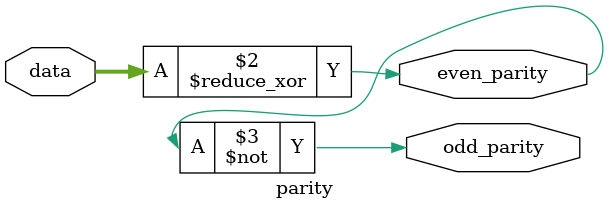
<source format=sv>

module parity
#(
    parameter BW = 8
)
(
    input logic [BW-1:0] data,
    output logic even_parity,
    output logic odd_parity
);
    always_comb begin
        even_parity = ^data;
        odd_parity = ~even_parity;
    end
endmodule

</source>
